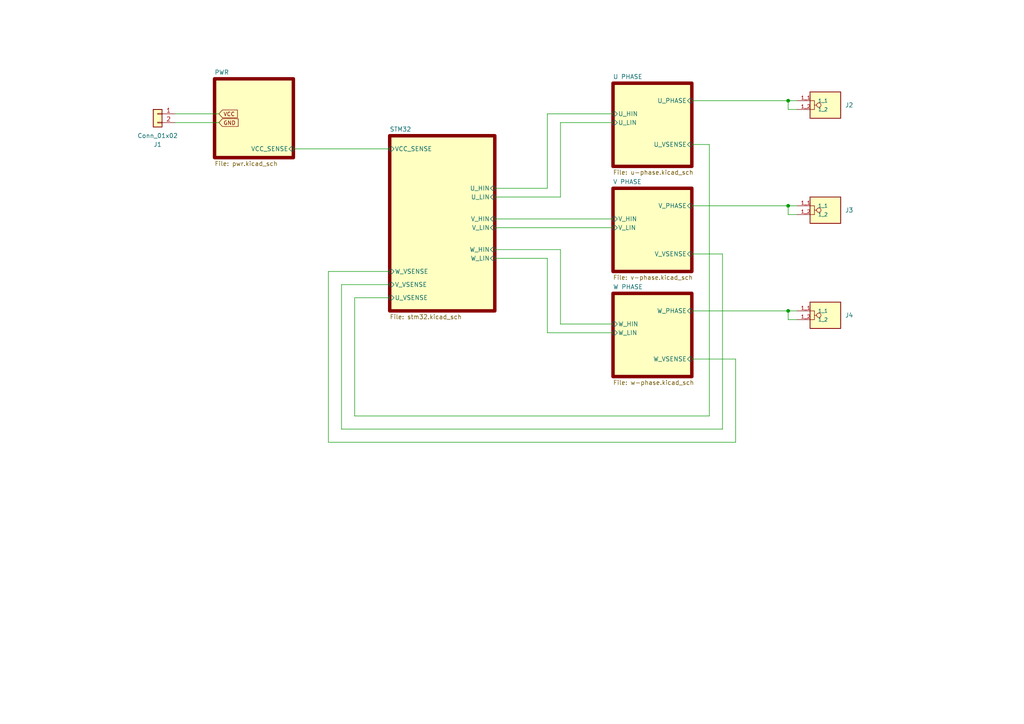
<source format=kicad_sch>
(kicad_sch (version 20250114) (generator "eeschema") (generator_version "9.0")
  (paper "A4")
  (lib_symbols
    (symbol "Connector_Generic:Conn_01x02" (pin_names (offset 1.016) (hide yes))
      (property "Reference" "J" (at 0 2.54 0))
      (property "Value" "Conn_01x02" (at 0 -5.08 0))
      (symbol "Conn_01x02_1_1"
        (rectangle (start -1.27 1.27) (end 1.27 -3.81) (stroke (width 0.254)) (fill (type background)))
        (rectangle (start -1.27 0.127) (end 0 -0.127) (stroke (width 0.1524)))
        (rectangle (start -1.27 -2.413) (end 0 -2.667) (stroke (width 0.1524)))
        (pin passive line (at -5.08 0 0) (length 3.81) (name "Pin_1") (number "1"))
        (pin passive line (at -5.08 -2.54 0) (length 3.81) (name "Pin_2") (number "2"))
      )
    )
    (symbol "ESC:1706701" (pin_names (offset 1.016))
      (property "Reference" "J" (at -2.54 3.81 0))
      (property "Value" "1706701" (at -2.54 -7.62 0))
      (symbol "1706701_0_0"
        (rectangle (start -3.81 -5.08) (end 5.08 2.54) (stroke (width 0.254)) (fill (type background)))
        (polyline (pts (xy -2.54 0) (xy -2.54 -1.27)) (stroke (width 0.1524)))
        (polyline (pts (xy -2.54 -1.27) (xy -1.905 -1.27)) (stroke (width 0.1524)))
        (polyline (pts (xy -2.54 -2.54) (xy -2.54 -1.27)) (stroke (width 0.1524)))
        (circle (center -1.27 -1.27) (radius 0.635) (stroke (width 0.1524)))
        (pin passive line (at -7.62 0 0) (length 5.08) (name "1_1") (number "1_1"))
        (pin passive line (at -7.62 -2.54 0) (length 5.08) (name "1_2") (number "1_2"))
      )
    )
  )
  (junction (at 228.6 29.21))
  (junction (at 228.6 90.17))
  (junction (at 228.6 59.69))
  (wire (pts (xy 85.09 43.18) (xy 113.03 43.18)))
  (wire (pts (xy 228.6 92.71) (xy 228.6 90.17)))
  (wire (pts (xy 205.74 120.65) (xy 102.87 120.65)))
  (wire (pts (xy 95.25 78.74) (xy 113.03 78.74)))
  (wire (pts (xy 228.6 90.17) (xy 231.14 90.17)))
  (wire (pts (xy 231.14 92.71) (xy 228.6 92.71)))
  (wire (pts (xy 158.75 74.93) (xy 158.75 96.52)))
  (wire (pts (xy 95.25 128.27) (xy 95.25 78.74)))
  (wire (pts (xy 143.51 66.04) (xy 177.8 66.04)))
  (wire (pts (xy 209.55 124.46) (xy 99.06 124.46)))
  (wire (pts (xy 213.36 128.27) (xy 95.25 128.27)))
  (wire (pts (xy 205.74 41.91) (xy 205.74 120.65)))
  (wire (pts (xy 228.6 31.75) (xy 228.6 29.21)))
  (wire (pts (xy 143.51 74.93) (xy 158.75 74.93)))
  (wire (pts (xy 200.66 73.66) (xy 209.55 73.66)))
  (wire (pts (xy 162.56 35.56) (xy 177.8 35.56)))
  (wire (pts (xy 213.36 104.14) (xy 213.36 128.27)))
  (wire (pts (xy 158.75 96.52) (xy 177.8 96.52)))
  (wire (pts (xy 99.06 124.46) (xy 99.06 82.55)))
  (wire (pts (xy 102.87 86.36) (xy 113.03 86.36)))
  (wire (pts (xy 231.14 62.23) (xy 228.6 62.23)))
  (wire (pts (xy 143.51 57.15) (xy 162.56 57.15)))
  (wire (pts (xy 228.6 29.21) (xy 231.14 29.21)))
  (wire (pts (xy 228.6 59.69) (xy 231.14 59.69)))
  (wire (pts (xy 228.6 62.23) (xy 228.6 59.69)))
  (wire (pts (xy 158.75 33.02) (xy 158.75 54.61)))
  (wire (pts (xy 143.51 72.39) (xy 162.56 72.39)))
  (wire (pts (xy 162.56 93.98) (xy 177.8 93.98)))
  (wire (pts (xy 158.75 33.02) (xy 177.8 33.02)))
  (wire (pts (xy 200.66 41.91) (xy 205.74 41.91)))
  (wire (pts (xy 200.66 59.69) (xy 228.6 59.69)))
  (wire (pts (xy 200.66 29.21) (xy 228.6 29.21)))
  (wire (pts (xy 99.06 82.55) (xy 113.03 82.55)))
  (wire (pts (xy 200.66 104.14) (xy 213.36 104.14)))
  (wire (pts (xy 231.14 31.75) (xy 228.6 31.75)))
  (wire (pts (xy 200.66 90.17) (xy 228.6 90.17)))
  (wire (pts (xy 50.8 33.02) (xy 63.5 33.02)))
  (wire (pts (xy 162.56 72.39) (xy 162.56 93.98)))
  (wire (pts (xy 162.56 35.56) (xy 162.56 57.15)))
  (wire (pts (xy 143.51 54.61) (xy 158.75 54.61)))
  (wire (pts (xy 50.8 35.56) (xy 63.5 35.56)))
  (wire (pts (xy 102.87 120.65) (xy 102.87 86.36)))
  (wire (pts (xy 143.51 63.5) (xy 177.8 63.5)))
  (wire (pts (xy 209.55 73.66) (xy 209.55 124.46)))
  (global_label "VCC" (shape input) (at 63.5 33.02 0) (effects (font (size 1.125 1.125))) (property "Intersheetrefs" "${INTERSHEET_REFS}" (effects (hide yes))))
  (global_label "GND" (shape input) (at 63.5 35.56 0) (effects (font (size 1.125 1.125))) (property "Intersheetrefs" "${INTERSHEET_REFS}" (effects (hide yes))))
  (symbol (lib_id "Connector_Generic:Conn_01x02") (at 45.72 33.02 0) (mirror y) (unit 1)
    (property "Reference" "J1" (at 45.72 41.91 0))
    (property "Value" "Conn_01x02" (at 45.72 39.37 0))
    (property "Footprint" "Connector:JWT_A3963_1x02_P3.96mm_Vertical" (effects (hide yes)))
    (property "Description" "Generic connector, single row, 01x02, script generated (kicad-library-utils/schlib/autogen/connector/)" (effects (hide yes)))
  )
  (symbol (lib_id "ESC:1706701") (at 238.76 59.69 0) (unit 1)
    (property "Reference" "J3" (at 245.11 60.96 0) (effects (justify left)))
    (property "Value" "Screw_Terminal_01x01" (effects (hide yes)))
    (property "Footprint" "esc-land-patterns:PHOENIX_1706701" (effects (hide yes)))
    (property "Description" "Generic screw terminal, single row, 01x01, script generated (kicad-library-utils/schlib/autogen/connector/)" (effects (hide yes)))
    (property "PARTREV" "24.09.2015" (effects (hide yes)))
    (property "STANDARD" "Manufacturer Recommendations" (effects (hide yes)))
    (property "MAXIMUM_PACKAGE_HEIGHT" "14.35mm" (effects (hide yes)))
    (property "MANUFACTURER" "Phoenix Contact" (effects (hide yes)))
  )
  (symbol (lib_id "ESC:1706701") (at 238.76 90.17 0) (unit 1)
    (property "Reference" "J4" (at 245.11 91.44 0) (effects (justify left)))
    (property "Value" "Screw_Terminal_01x01" (effects (hide yes)))
    (property "Footprint" "esc-land-patterns:PHOENIX_1706701" (effects (hide yes)))
    (property "Description" "Generic screw terminal, single row, 01x01, script generated (kicad-library-utils/schlib/autogen/connector/)" (effects (hide yes)))
    (property "PARTREV" "24.09.2015" (effects (hide yes)))
    (property "STANDARD" "Manufacturer Recommendations" (effects (hide yes)))
    (property "MAXIMUM_PACKAGE_HEIGHT" "14.35mm" (effects (hide yes)))
    (property "MANUFACTURER" "Phoenix Contact" (effects (hide yes)))
  )
  (symbol (lib_id "ESC:1706701") (at 238.76 29.21 0) (unit 1)
    (property "Reference" "J2" (at 245.11 30.48 0) (effects (justify left)))
    (property "Value" "Screw_Terminal_01x01" (effects (hide yes)))
    (property "Footprint" "esc-land-patterns:PHOENIX_1706701" (effects (hide yes)))
    (property "Description" "Generic screw terminal, single row, 01x01, script generated (kicad-library-utils/schlib/autogen/connector/)" (effects (hide yes)))
    (property "PARTREV" "24.09.2015" (effects (hide yes)))
    (property "STANDARD" "Manufacturer Recommendations" (effects (hide yes)))
    (property "MAXIMUM_PACKAGE_HEIGHT" "14.35mm" (effects (hide yes)))
    (property "MANUFACTURER" "Phoenix Contact" (effects (hide yes)))
  )
  (sheet (at 177.8 24.13) (size 22.86 24.13) (stroke (width 1) (color 132 0 0 1)) (fill (color 255 255 194 1.0000))
    (property "Sheetname" "U PHASE" (at 177.8 22.9946 0) (effects (justify left bottom)))
    (property "Sheetfile" "u-phase.kicad_sch" (at 177.8 49.2684 0) (effects (justify left top)))
    (pin "U_HIN" input (at 177.8 33.02 180))
    (pin "U_LIN" input (at 177.8 35.56 180))
    (pin "U_PHASE" input (at 200.66 29.21 0))
    (pin "U_VSENSE" input (at 200.66 41.91 0))
  )
  (sheet (at 62.23 22.86) (size 22.86 22.86) (stroke (width 1) (color 132 0 0 1)) (fill (color 255 255 194 1.0000))
    (property "Sheetname" "PWR" (at 62.23 21.7246 0) (effects (justify left bottom)))
    (property "Sheetfile" "pwr.kicad_sch" (at 62.23 46.7284 0) (effects (justify left top)))
    (pin "VCC_SENSE" input (at 85.09 43.18 0))
  )
  (sheet (at 177.8 85.09) (size 22.86 24.13) (stroke (width 1) (color 132 0 0 1)) (fill (color 255 255 194 1.0000))
    (property "Sheetname" "W PHASE" (at 177.8 83.9546 0) (effects (justify left bottom)))
    (property "Sheetfile" "w-phase.kicad_sch" (at 177.8 110.2284 0) (effects (justify left top)))
    (pin "W_HIN" input (at 177.8 93.98 180))
    (pin "W_LIN" input (at 177.8 96.52 180))
    (pin "W_PHASE" input (at 200.66 90.17 0))
    (pin "W_VSENSE" input (at 200.66 104.14 0))
  )
  (sheet (at 177.8 54.61) (size 22.86 24.13) (stroke (width 1) (color 132 0 0 1)) (fill (color 255 255 194 1.0000))
    (property "Sheetname" "V PHASE" (at 177.8 53.4746 0) (effects (justify left bottom)))
    (property "Sheetfile" "v-phase.kicad_sch" (at 177.8 79.7484 0) (effects (justify left top)))
    (pin "V_HIN" input (at 177.8 63.5 180))
    (pin "V_LIN" input (at 177.8 66.04 180))
    (pin "V_PHASE" input (at 200.66 59.69 0))
    (pin "V_VSENSE" input (at 200.66 73.66 0))
  )
  (sheet (at 113.03 39.37) (size 30.48 50.8) (stroke (width 1) (color 132 0 0 1)) (fill (color 255 255 194 1.0000))
    (property "Sheetname" "STM32" (at 113.03 38.2346 0) (effects (justify left bottom)))
    (property "Sheetfile" "stm32.kicad_sch" (at 113.03 91.1784 0) (effects (justify left top)))
    (pin "U_HIN" input (at 143.51 54.61 0))
    (pin "U_LIN" input (at 143.51 57.15 0))
    (pin "U_VSENSE" input (at 113.03 86.36 180))
    (pin "VCC_SENSE" input (at 113.03 43.18 180))
    (pin "V_HIN" input (at 143.51 63.5 0))
    (pin "V_LIN" input (at 143.51 66.04 0))
    (pin "V_VSENSE" input (at 113.03 82.55 180))
    (pin "W_HIN" input (at 143.51 72.39 0))
    (pin "W_LIN" input (at 143.51 74.93 0))
    (pin "W_VSENSE" input (at 113.03 78.74 180))
  )
)
</source>
